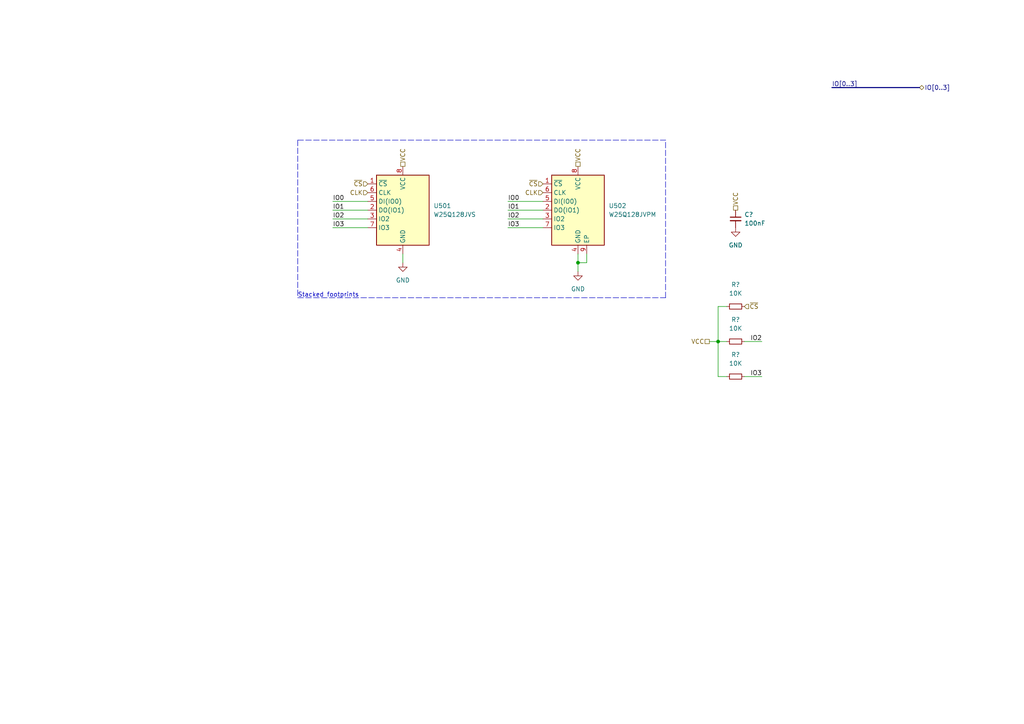
<source format=kicad_sch>
(kicad_sch (version 20230121) (generator eeschema)
  (paper "A4")
  (title_block (title "Avionus_Flight_Controller") (date "2023-11-25") (rev "1.0"))
  (lib_symbols
    (symbol "Device:C_Small" (pin_numbers hide) (pin_names (offset 0.254) hide)
      (property "Reference" "C" (at 0.254 1.778 0))
      (property "Value" "C_Small" (at 0.254 -2.032 0))
      (symbol "C_Small_0_1"
        (polyline (pts (xy -1.524 -0.508) (xy 1.524 -0.508)) (stroke (width 0.3302)))
        (polyline (pts (xy -1.524 0.508) (xy 1.524 0.508)) (stroke (width 0.3048)))
      )
      (symbol "C_Small_1_1"
        (pin passive line (at 0 2.54 270) (length 2.032) (name "~") (number "1"))
        (pin passive line (at 0 -2.54 90) (length 2.032) (name "~") (number "2"))
      )
    )
    (symbol "Device:R_Small" (pin_numbers hide) (pin_names (offset 0.254) hide)
      (property "Reference" "R" (at 0.762 0.508 0))
      (property "Value" "R_Small" (at 0.762 -1.016 0))
      (symbol "R_Small_0_1"
        (rectangle (start -0.762 1.778) (end 0.762 -1.778) (stroke (width 0.2032)))
      )
      (symbol "R_Small_1_1"
        (pin passive line (at 0 2.54 270) (length 0.762) (name "~") (number "1"))
        (pin passive line (at 0 -2.54 90) (length 0.762) (name "~") (number "2"))
      )
    )
    (symbol "GND_1" (power) (pin_names (offset 0))
      (property "Value" "GND_1" (at 0 -3.81 0))
      (symbol "GND_1_0_1"
        (polyline (pts (xy 0 0) (xy 0 -1.27) (xy 1.27 -1.27) (xy 0 -2.54) (xy -1.27 -1.27) (xy 0 -1.27)))
      )
      (symbol "GND_1_1_1"
        (pin power_in line (at 0 0 270) (length 0) hide (name "GND") (number "1"))
      )
    )
    (symbol "Memory_Flash:W25Q128JVS"
      (property "Reference" "U" (at -8.89 8.89 0))
      (property "Value" "W25Q128JVS" (at 7.62 8.89 0))
      (symbol "W25Q128JVS_0_1"
        (rectangle (start -7.62 10.16) (end 7.62 -10.16) (stroke (width 0.254)) (fill (type background)))
      )
      (symbol "W25Q128JVS_1_1"
        (pin input line (at -10.16 7.62 0) (length 2.54) (name "~{CS}") (number "1"))
        (pin bidirectional line (at -10.16 0 0) (length 2.54) (name "DO(IO1)") (number "2"))
        (pin bidirectional line (at -10.16 -2.54 0) (length 2.54) (name "IO2") (number "3"))
        (pin power_in line (at 0 -12.7 90) (length 2.54) (name "GND") (number "4"))
        (pin bidirectional line (at -10.16 2.54 0) (length 2.54) (name "DI(IO0)") (number "5"))
        (pin input line (at -10.16 5.08 0) (length 2.54) (name "CLK") (number "6"))
        (pin bidirectional line (at -10.16 -5.08 0) (length 2.54) (name "IO3") (number "7"))
        (pin power_in line (at 0 12.7 270) (length 2.54) (name "VCC") (number "8"))
      )
    )
    (symbol "W25Q32JVZP_1"
      (property "Reference" "U" (at -6.35 11.43 0))
      (property "Value" "W25Q32JVZP" (at 7.62 11.43 0))
      (symbol "W25Q32JVZP_1_0_1"
        (rectangle (start -7.62 10.16) (end 7.62 -10.16) (stroke (width 0.254)) (fill (type background)))
      )
      (symbol "W25Q32JVZP_1_1_1"
        (pin input line (at -10.16 7.62 0) (length 2.54) (name "~{CS}") (number "1"))
        (pin bidirectional line (at -10.16 0 0) (length 2.54) (name "DO(IO1)") (number "2"))
        (pin bidirectional line (at -10.16 -2.54 0) (length 2.54) (name "IO2") (number "3"))
        (pin power_in line (at 0 -12.7 90) (length 2.54) (name "GND") (number "4"))
        (pin bidirectional line (at -10.16 2.54 0) (length 2.54) (name "DI(IO0)") (number "5"))
        (pin input line (at -10.16 5.08 0) (length 2.54) (name "CLK") (number "6"))
        (pin bidirectional line (at -10.16 -5.08 0) (length 2.54) (name "IO3") (number "7"))
        (pin power_in line (at 0 12.7 270) (length 2.54) (name "VCC") (number "8"))
        (pin passive line (at 2.54 -12.7 90) (length 2.54) (name "EP") (number "9"))
      )
    )
    (symbol "power:GND" (power) (pin_names (offset 0))
      (property "Value" "GND" (at 0 -3.81 0))
      (symbol "GND_0_1"
        (polyline (pts (xy 0 0) (xy 0 -1.27) (xy 1.27 -1.27) (xy 0 -2.54) (xy -1.27 -1.27) (xy 0 -1.27)))
      )
      (symbol "GND_1_1"
        (pin power_in line (at 0 0 270) (length 0) hide (name "GND") (number "1"))
      )
    )
  )
  (junction (at 167.64 76.2))
  (junction (at 208.28 99.06))
  (polyline (pts (xy 193.04 86.36) (xy 193.04 40.64)) (stroke (width 0) (type dash)))
  (wire (pts (xy 208.28 109.22) (xy 210.82 109.22)))
  (wire (pts (xy 147.32 63.5) (xy 157.48 63.5)))
  (wire (pts (xy 167.64 76.2) (xy 167.64 78.74)))
  (polyline (pts (xy 86.36 40.64) (xy 86.36 86.36)) (stroke (width 0) (type dash)))
  (wire (pts (xy 116.84 73.66) (xy 116.84 76.2)))
  (wire (pts (xy 208.28 88.9) (xy 210.82 88.9)))
  (polyline (pts (xy 86.36 86.36) (xy 193.04 86.36)) (stroke (width 0) (type dash)))
  (wire (pts (xy 215.9 99.06) (xy 220.98 99.06)))
  (bus (pts (xy 241.3 25.4) (xy 266.7 25.4)))
  (polyline (pts (xy 86.36 40.64) (xy 193.04 40.64)) (stroke (width 0) (type dash)))
  (wire (pts (xy 208.28 99.06) (xy 208.28 109.22)))
  (wire (pts (xy 170.18 73.66) (xy 170.18 76.2)))
  (wire (pts (xy 208.28 99.06) (xy 208.28 88.9)))
  (wire (pts (xy 167.64 73.66) (xy 167.64 76.2)))
  (wire (pts (xy 96.52 66.04) (xy 106.68 66.04)))
  (wire (pts (xy 205.74 99.06) (xy 208.28 99.06)))
  (wire (pts (xy 147.32 60.96) (xy 157.48 60.96)))
  (wire (pts (xy 96.52 60.96) (xy 106.68 60.96)))
  (wire (pts (xy 215.9 109.22) (xy 220.98 109.22)))
  (wire (pts (xy 170.18 76.2) (xy 167.64 76.2)))
  (wire (pts (xy 147.32 58.42) (xy 157.48 58.42)))
  (wire (pts (xy 96.52 63.5) (xy 106.68 63.5)))
  (wire (pts (xy 147.32 66.04) (xy 157.48 66.04)))
  (wire (pts (xy 96.52 58.42) (xy 106.68 58.42)))
  (wire (pts (xy 208.28 99.06) (xy 210.82 99.06)))
  (text "Stacked footprints" (at 86.36 86.36 0) (effects (font (size 1.27 1.27)) (justify left bottom)))
  (label "IO2" (at 220.98 99.06 180))
  (label "IO0" (at 147.32 58.42 0))
  (label "IO3" (at 147.32 66.04 0))
  (label "IO2" (at 147.32 63.5 0))
  (label "IO0" (at 96.52 58.42 0))
  (label "IO1" (at 96.52 60.96 0))
  (label "IO1" (at 147.32 60.96 0))
  (label "IO[0..3]" (at 241.3 25.4 0))
  (label "IO3" (at 220.98 109.22 180))
  (label "IO3" (at 96.52 66.04 0))
  (label "IO2" (at 96.52 63.5 0))
  (hierarchical_label "~{CS}" (shape input) (at 215.9 88.9 0))
  (hierarchical_label "VCC" (shape passive) (at 205.74 99.06 180))
  (hierarchical_label "VCC" (shape passive) (at 116.84 48.26 90))
  (hierarchical_label "~{CS}" (shape input) (at 157.48 53.34 180))
  (hierarchical_label "CLK" (shape input) (at 106.68 55.88 180))
  (hierarchical_label "VCC" (shape passive) (at 213.36 60.96 90))
  (hierarchical_label "IO[0..3]" (shape bidirectional) (at 266.7 25.4 0))
  (hierarchical_label "~{CS}" (shape input) (at 106.68 53.34 180))
  (hierarchical_label "VCC" (shape passive) (at 167.64 48.26 90))
  (hierarchical_label "CLK" (shape input) (at 157.48 55.88 180))
  (symbol (lib_id "Device:R_Small") (at 213.36 109.22 90) (unit 1)
    (property "Reference" "R?" (at 213.36 102.87 90))
    (property "Value" "10K" (at 213.36 105.41 90))
    (property "Footprint" "Resistor_SMD:R_0603_1608Metric" (effects hide))
    (instances (project "STM32_144_dev_board1" (path "" (reference "R?") (unit 1))) (project "Avionus_Flight_Controller" (path "" (reference "R503") (unit 1)) (path "" (reference "R603") (unit 1))))
  )
  (symbol (lib_id "Device:C_Small") (at 213.36 63.5 0) (unit 1)
    (property "Reference" "C?" (at 215.9 62.2362 0) (effects (justify left)))
    (property "Value" "100nF" (at 215.9 64.7762 0) (effects (justify left)))
    (property "Footprint" "Capacitor_SMD:C_0603_1608Metric" (effects hide))
    (instances (project "STM32_144_dev_board1" (path "" (reference "C?") (unit 1))) (project "Avionus_Flight_Controller" (path "" (reference "C501") (unit 1)) (path "" (reference "C601") (unit 1))))
  )
  (symbol (lib_id "Memory_Flash:W25Q128JVS") (at 116.84 60.96 0) (unit 1)
    (property "Reference" "U501" (at 125.73 59.69 0) (effects (justify left)))
    (property "Value" "W25Q128JVS" (at 125.73 62.23 0) (effects (justify left)))
    (property "Footprint" "Package_SO:SOIC-8_5.23x5.23mm_P1.27mm" (effects hide))
    (property "Datasheet" "http://www.winbond.com/resource-files/w25q128jv_dtr%20revc%2003272018%20plus.pdf" (effects hide))
    (instances (project "Avionus_Flight_Controller" (path "" (reference "U501") (unit 1)) (path "" (reference "U601") (unit 1))))
  )
  (symbol (lib_name "GND_1") (lib_id "power:GND") (at 116.84 76.2 0) (unit 1)
    (property "Reference" "#PWR0501" (effects hide))
    (property "Value" "GND" (at 116.84 81.28 0))
    (instances (project "Avionus_Flight_Controller" (path "" (reference "#PWR0501") (unit 1)) (path "" (reference "#PWR0601") (unit 1))))
  )
  (symbol (lib_id "Device:R_Small") (at 213.36 88.9 90) (unit 1)
    (property "Reference" "R?" (at 213.36 82.55 90))
    (property "Value" "10K" (at 213.36 85.09 90))
    (property "Footprint" "Resistor_SMD:R_0603_1608Metric" (effects hide))
    (instances (project "STM32_144_dev_board1" (path "" (reference "R?") (unit 1))) (project "Avionus_Flight_Controller" (path "" (reference "R501") (unit 1)) (path "" (reference "R601") (unit 1))))
  )
  (symbol (lib_id "power:GND") (at 213.36 66.04 0) (unit 1)
    (property "Reference" "#PWR0503" (effects hide))
    (property "Value" "GND" (at 213.36 71.12 0))
    (instances (project "Avionus_Flight_Controller" (path "" (reference "#PWR0503") (unit 1)) (path "" (reference "#PWR0603") (unit 1))))
  )
  (symbol (lib_name "W25Q32JVZP_1") (lib_id "Memory_Flash:W25Q32JVZP") (at 167.64 60.96 0) (unit 1)
    (property "Reference" "U502" (at 176.53 59.69 0) (effects (justify left)))
    (property "Value" "W25Q128JVPM" (at 176.53 62.23 0) (effects (justify left)))
    (property "Footprint" "Package_SON:WSON-8-1EP_6x5mm_P1.27mm_EP3.4x4.3mm" (effects hide))
    (property "Datasheet" "http://www.winbond.com/resource-files/w25q32jv%20revg%2003272018%20plus.pdf" (effects hide))
    (instances (project "Avionus_Flight_Controller" (path "" (reference "U502") (unit 1)) (path "" (reference "U602") (unit 1))))
  )
  (symbol (lib_name "GND_1") (lib_id "power:GND") (at 167.64 78.74 0) (unit 1)
    (property "Reference" "#PWR0502" (effects hide))
    (property "Value" "GND" (at 167.64 83.82 0))
    (instances (project "Avionus_Flight_Controller" (path "" (reference "#PWR0502") (unit 1)) (path "" (reference "#PWR0602") (unit 1))))
  )
  (symbol (lib_id "Device:R_Small") (at 213.36 99.06 90) (unit 1)
    (property "Reference" "R?" (at 213.36 92.71 90))
    (property "Value" "10K" (at 213.36 95.25 90))
    (property "Footprint" "Resistor_SMD:R_0603_1608Metric" (effects hide))
    (instances (project "STM32_144_dev_board1" (path "" (reference "R?") (unit 1))) (project "Avionus_Flight_Controller" (path "" (reference "R502") (unit 1)) (path "" (reference "R602") (unit 1))))
  )
)
</source>
